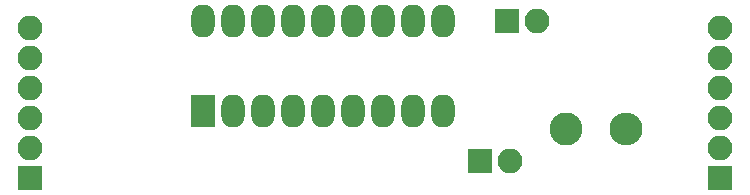
<source format=gts>
G04 #@! TF.GenerationSoftware,KiCad,Pcbnew,5.0.0+dfsg1-2*
G04 #@! TF.CreationDate,2019-03-17T13:20:00+01:00*
G04 #@! TF.ProjectId,ULN2803A_shield,554C4E32383033415F736869656C642E,rev?*
G04 #@! TF.SameCoordinates,Original*
G04 #@! TF.FileFunction,Soldermask,Top*
G04 #@! TF.FilePolarity,Negative*
%FSLAX46Y46*%
G04 Gerber Fmt 4.6, Leading zero omitted, Abs format (unit mm)*
G04 Created by KiCad (PCBNEW 5.0.0+dfsg1-2) date Sun Mar 17 13:20:00 2019*
%MOMM*%
%LPD*%
G01*
G04 APERTURE LIST*
%ADD10R,2.100000X2.100000*%
%ADD11O,2.100000X2.100000*%
%ADD12O,2.800000X2.800000*%
%ADD13C,2.800000*%
%ADD14R,2.000000X2.800000*%
%ADD15O,2.000000X2.800000*%
G04 APERTURE END LIST*
D10*
G04 #@! TO.C,J2*
X37850000Y-109990000D03*
D11*
X37850000Y-107450000D03*
X37850000Y-104910000D03*
X37850000Y-102370000D03*
X37850000Y-99830000D03*
X37850000Y-97290000D03*
G04 #@! TD*
D12*
G04 #@! TO.C,L1*
X88300000Y-105850000D03*
D13*
X83220000Y-105850000D03*
G04 #@! TD*
D14*
G04 #@! TO.C,IC1*
X52470000Y-104310000D03*
D15*
X72790000Y-96690000D03*
X55010000Y-104310000D03*
X70250000Y-96690000D03*
X57550000Y-104310000D03*
X67710000Y-96690000D03*
X60090000Y-104310000D03*
X65170000Y-96690000D03*
X62630000Y-104310000D03*
X62630000Y-96690000D03*
X65170000Y-104310000D03*
X60090000Y-96690000D03*
X67710000Y-104310000D03*
X57550000Y-96690000D03*
X70250000Y-104310000D03*
X55010000Y-96690000D03*
X72790000Y-104310000D03*
X52470000Y-96690000D03*
G04 #@! TD*
D10*
G04 #@! TO.C,JP1*
X75930000Y-108560000D03*
D11*
X78470000Y-108560000D03*
G04 #@! TD*
D10*
G04 #@! TO.C,JP2*
X78250000Y-96710000D03*
D11*
X80790000Y-96710000D03*
G04 #@! TD*
D10*
G04 #@! TO.C,J1*
X96270000Y-109990000D03*
D11*
X96270000Y-107450000D03*
X96270000Y-104910000D03*
X96270000Y-102370000D03*
X96270000Y-99830000D03*
X96270000Y-97290000D03*
G04 #@! TD*
M02*

</source>
